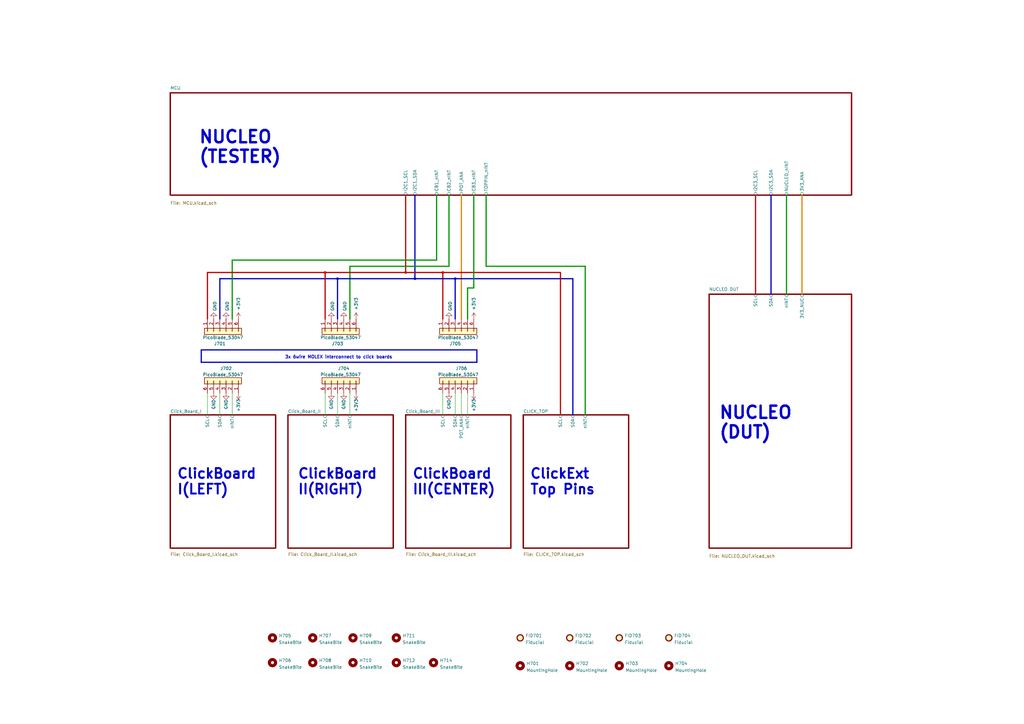
<source format=kicad_sch>
(kicad_sch (version 20231120) (generator "eeschema") (generator_version "8.0")
  (paper "A3")
  (title_block (title "ClickBoard Tester") (date "2023-10-13") (rev "001") (company "Matthias Timo Finding"))
  (lib_symbols
    (symbol "Connector_Generic:Conn_01x06" (pin_names (offset 1.016) hide)
      (property "Reference" "J" (at 0 7.62 0))
      (property "Value" "Conn_01x06" (at 0 -10.16 0))
      (symbol "Conn_01x06_1_1"
        (rectangle (start -1.27 -7.493) (end 0 -7.747) (stroke (width 0.1524)))
        (rectangle (start -1.27 -4.953) (end 0 -5.207) (stroke (width 0.1524)))
        (rectangle (start -1.27 -2.413) (end 0 -2.667) (stroke (width 0.1524)))
        (rectangle (start -1.27 0.127) (end 0 -0.127) (stroke (width 0.1524)))
        (rectangle (start -1.27 2.667) (end 0 2.413) (stroke (width 0.1524)))
        (rectangle (start -1.27 5.207) (end 0 4.953) (stroke (width 0.1524)))
        (rectangle (start -1.27 6.35) (end 1.27 -8.89) (stroke (width 0.254)) (fill (type background)))
        (pin passive line (at -5.08 5.08 0) (length 3.81) (name "Pin_1") (number "1"))
        (pin passive line (at -5.08 2.54 0) (length 3.81) (name "Pin_2") (number "2"))
        (pin passive line (at -5.08 0 0) (length 3.81) (name "Pin_3") (number "3"))
        (pin passive line (at -5.08 -2.54 0) (length 3.81) (name "Pin_4") (number "4"))
        (pin passive line (at -5.08 -5.08 0) (length 3.81) (name "Pin_5") (number "5"))
        (pin passive line (at -5.08 -7.62 0) (length 3.81) (name "Pin_6") (number "6"))
      )
    )
    (symbol "Mechanical:Fiducial"
      (property "Reference" "FID" (at 0 5.08 0))
      (property "Value" "Fiducial" (at 0 3.175 0))
      (symbol "Fiducial_0_1"
        (circle (center 0 0) (radius 1.27) (stroke (width 0.508)) (fill (type background)))
      )
    )
    (symbol "Mechanical:MountingHole" (pin_names (offset 1.016))
      (property "Reference" "H" (at 0 5.08 0))
      (property "Value" "MountingHole" (at 0 3.175 0))
      (symbol "MountingHole_0_1"
        (circle (center 0 0) (radius 1.27) (stroke (width 1.27)))
      )
    )
    (symbol "power:+3V3" (power) (pin_names (offset 0))
      (property "Value" "+3V3" (at 0 3.556 0))
      (symbol "+3V3_0_1"
        (polyline (pts (xy -0.762 1.27) (xy 0 2.54)))
        (polyline (pts (xy 0 0) (xy 0 2.54)))
        (polyline (pts (xy 0 2.54) (xy 0.762 1.27)))
      )
      (symbol "+3V3_1_1"
        (pin power_in line (at 0 0 90) (length 0) hide (name "+3V3") (number "1"))
      )
    )
    (symbol "power:GND" (power) (pin_names (offset 0))
      (property "Value" "GND" (at 0 -3.81 0))
      (symbol "GND_0_1"
        (polyline (pts (xy 0 0) (xy 0 -1.27) (xy 1.27 -1.27) (xy 0 -2.54) (xy -1.27 -1.27) (xy 0 -1.27)))
      )
      (symbol "GND_1_1"
        (pin power_in line (at 0 0 270) (length 0) hide (name "GND") (number "1"))
      )
    )
  )
  (junction (at 170.18 114.3) (color 0 0 194 1))
  (junction (at 138.43 114.3) (color 0 0 194 1))
  (junction (at 133.35 111.76) (color 194 0 0 1))
  (junction (at 186.69 114.3) (color 0 0 194 1))
  (junction (at 166.37 111.76) (color 194 0 0 1))
  (junction (at 181.61 111.76) (color 194 0 0 1))
  (wire (pts (xy 138.43 114.3) (xy 138.43 130.81)) (stroke (width 0.5) (color 0 0 194 1)))
  (wire (pts (xy 199.39 109.22) (xy 240.03 109.22)) (stroke (width 0.5)))
  (wire (pts (xy 90.17 161.29) (xy 90.17 170.18)))
  (wire (pts (xy 85.09 161.29) (xy 85.09 170.18)))
  (wire (pts (xy 199.39 80.01) (xy 199.39 109.22)) (stroke (width 0.5)))
  (wire (pts (xy 194.31 80.01) (xy 194.31 118.11)) (stroke (width 0.5)))
  (polyline (pts (xy 195.58 148.59) (xy 82.55 148.59)) (stroke (width 0.5)))
  (wire (pts (xy 181.61 111.76) (xy 166.37 111.76)) (stroke (width 0.5) (color 194 0 0 1)))
  (wire (pts (xy 191.77 118.11) (xy 194.31 118.11)) (stroke (width 0.5)))
  (wire (pts (xy 186.69 130.81) (xy 186.69 114.3)) (stroke (width 0.5) (color 0 0 194 1)))
  (wire (pts (xy 181.61 130.81) (xy 181.61 111.76)) (stroke (width 0.5) (color 194 0 0 1)))
  (wire (pts (xy 189.23 161.29) (xy 189.23 170.18)))
  (wire (pts (xy 229.87 170.18) (xy 229.87 111.76)) (stroke (width 0.5) (color 194 0 0 1)))
  (wire (pts (xy 309.88 80.01) (xy 309.88 120.65)) (stroke (width 0.5) (color 194 0 0 1)))
  (polyline (pts (xy 195.58 143.51) (xy 195.58 148.59)) (stroke (width 0.5)))
  (wire (pts (xy 229.87 111.76) (xy 181.61 111.76)) (stroke (width 0.5) (color 194 0 0 1)))
  (wire (pts (xy 138.43 114.3) (xy 90.17 114.3)) (stroke (width 0.5) (color 0 0 194 1)))
  (wire (pts (xy 133.35 111.76) (xy 85.09 111.76)) (stroke (width 0.5) (color 194 0 0 1)))
  (wire (pts (xy 328.93 80.01) (xy 328.93 120.65)) (stroke (width 0.5) (color 221 133 0 1)))
  (wire (pts (xy 170.18 114.3) (xy 138.43 114.3)) (stroke (width 0.5) (color 0 0 194 1)))
  (wire (pts (xy 95.25 161.29) (xy 95.25 170.18)))
  (wire (pts (xy 191.77 161.29) (xy 191.77 170.18)))
  (wire (pts (xy 133.35 161.29) (xy 133.35 170.18)))
  (wire (pts (xy 191.77 118.11) (xy 191.77 130.81)) (stroke (width 0.5)))
  (wire (pts (xy 179.07 80.01) (xy 179.07 106.68)) (stroke (width 0.5)))
  (wire (pts (xy 143.51 161.29) (xy 143.51 170.18)))
  (wire (pts (xy 184.15 80.01) (xy 184.15 109.22)) (stroke (width 0.5)))
  (wire (pts (xy 316.23 80.01) (xy 316.23 120.65)) (stroke (width 0.5) (color 0 0 194 1)))
  (wire (pts (xy 166.37 80.01) (xy 166.37 111.76)) (stroke (width 0.5) (color 194 0 0 1)))
  (wire (pts (xy 90.17 114.3) (xy 90.17 130.81)) (stroke (width 0.5) (color 0 0 194 1)))
  (wire (pts (xy 322.58 80.01) (xy 322.58 120.65)) (stroke (width 0.5)))
  (polyline (pts (xy 82.55 143.51) (xy 195.58 143.51)) (stroke (width 0.5)))
  (wire (pts (xy 234.95 170.18) (xy 234.95 114.3)) (stroke (width 0.5) (color 0 0 194 1)))
  (wire (pts (xy 186.69 161.29) (xy 186.69 170.18)))
  (wire (pts (xy 95.25 106.68) (xy 95.25 130.81)) (stroke (width 0.5)))
  (wire (pts (xy 143.51 109.22) (xy 143.51 130.81)) (stroke (width 0.5)))
  (wire (pts (xy 85.09 111.76) (xy 85.09 130.81)) (stroke (width 0.5) (color 194 0 0 1)))
  (wire (pts (xy 166.37 111.76) (xy 133.35 111.76)) (stroke (width 0.5) (color 194 0 0 1)))
  (wire (pts (xy 170.18 80.01) (xy 170.18 114.3)) (stroke (width 0.5) (color 0 0 194 1)))
  (wire (pts (xy 234.95 114.3) (xy 186.69 114.3)) (stroke (width 0.5) (color 0 0 194 1)))
  (polyline (pts (xy 82.55 148.59) (xy 82.55 143.51)) (stroke (width 0.5)))
  (wire (pts (xy 181.61 161.29) (xy 181.61 170.18)))
  (wire (pts (xy 95.25 106.68) (xy 179.07 106.68)) (stroke (width 0.5)))
  (wire (pts (xy 133.35 111.76) (xy 133.35 130.81)) (stroke (width 0.5) (color 194 0 0 1)))
  (wire (pts (xy 240.03 109.22) (xy 240.03 170.18)) (stroke (width 0.5)))
  (wire (pts (xy 184.15 109.22) (xy 143.51 109.22)) (stroke (width 0.5)))
  (wire (pts (xy 186.69 114.3) (xy 170.18 114.3)) (stroke (width 0.5) (color 0 0 194 1)))
  (wire (pts (xy 138.43 161.29) (xy 138.43 170.18)))
  (wire (pts (xy 189.23 80.01) (xy 189.23 130.81)) (stroke (width 0.5) (color 221 133 0 1)))
  (text "3x 6wire MOLEX interconnect to click boards" (at 116.84 147.32 0) (effects (font (size 1.27 1.27) (thickness 0.254) (bold yes)) (justify left bottom)))
  (text "NUCLEO\n(DUT)" (at 294.64 180.34 0) (effects (font (size 5 5) (thickness 1) (bold yes)) (justify left bottom)))
  (text "ClickBoard\nI(LEFT)" (at 72.39 203.2 0) (effects (font (size 4 4) (thickness 0.8) (bold yes)) (justify left bottom)))
  (text "ClickExt\nTop Pins" (at 217.17 203.2 0) (effects (font (size 4 4) (thickness 0.8) (bold yes)) (justify left bottom)))
  (text "ClickBoard\nIII(CENTER)" (at 168.91 203.2 0) (effects (font (size 4 4) (thickness 0.8) (bold yes)) (justify left bottom)))
  (text "NUCLEO\n(TESTER)" (at 81.28 67.31 0) (effects (font (size 5 5) (thickness 1) (bold yes)) (justify left bottom)))
  (text "ClickBoard\nII(RIGHT)" (at 121.92 203.2 0) (effects (font (size 4 4) (thickness 0.8) (bold yes)) (justify left bottom)))
  (symbol (lib_id "Mechanical:Fiducial") (at 213.36 261.62 0) (unit 1)
    (property "Reference" "FID701" (at 215.519 260.7115 0) (effects (justify left)))
    (property "Value" "Fiducial" (at 215.519 263.4866 0) (effects (justify left)))
    (property "Footprint" "Fiducial:Fiducial_1mm_Mask2mm" (effects (hide yes)))
  )
  (symbol (lib_id "power:+3V3") (at 146.05 130.81 0) (mirror y) (unit 1)
    (property "Reference" "#PWR0711" (effects (hide yes)))
    (property "Value" "+3V3" (at 146.05 121.92 90) (effects (justify right)))
  )
  (symbol (lib_id "Mechanical:MountingHole") (at 162.56 261.62 0) (unit 1)
    (property "Reference" "H711" (at 165.1 260.7115 0) (effects (justify left)))
    (property "Value" "SnakeBite" (at 165.1 263.4866 0) (effects (justify left)))
    (property "Footprint" "MountingEquipment:JLC_SnakeBite_1.27mm" (effects (hide yes)))
  )
  (symbol (lib_id "power:GND") (at 140.97 130.81 0) (mirror x) (unit 1)
    (property "Reference" "#PWR0709" (effects (hide yes)))
    (property "Value" "GND" (at 141.449 127.6351 90) (effects (justify right)))
  )
  (symbol (lib_id "power:GND") (at 135.89 130.81 0) (mirror x) (unit 1)
    (property "Reference" "#PWR0707" (effects (hide yes)))
    (property "Value" "GND" (at 136.369 127.6351 90) (effects (justify right)))
  )
  (symbol (lib_id "Connector_Generic:Conn_01x06") (at 138.43 135.89 90) (mirror x) (unit 1)
    (property "Reference" "J703" (at 138.43 140.97 90))
    (property "Value" "PicoBlade_53047" (at 139.7 138.43 90))
    (property "Footprint" "Connector_Molex:Molex_PicoBlade_53047-0610_1x06_P1.25mm_Vertical" (effects (hide yes)))
  )
  (symbol (lib_id "power:+3V3") (at 97.79 130.81 0) (mirror y) (unit 1)
    (property "Reference" "#PWR0705" (effects (hide yes)))
    (property "Value" "+3V3" (at 97.79 121.92 90) (effects (justify right)))
  )
  (symbol (lib_id "power:GND") (at 87.63 161.29 0) (unit 1)
    (property "Reference" "#PWR0702" (effects (hide yes)))
    (property "Value" "GND" (at 87.63 163.83 90) (effects (justify right)))
  )
  (symbol (lib_id "Connector_Generic:Conn_01x06") (at 186.69 135.89 90) (mirror x) (unit 1)
    (property "Reference" "J705" (at 186.69 140.97 90))
    (property "Value" "PicoBlade_53047" (at 187.96 138.43 90))
    (property "Footprint" "Connector_Molex:Molex_PicoBlade_53047-0610_1x06_P1.25mm_Vertical" (effects (hide yes)))
  )
  (symbol (lib_id "power:+3V3") (at 194.31 130.81 0) (mirror y) (unit 1)
    (property "Reference" "#PWR0715" (effects (hide yes)))
    (property "Value" "+3V3" (at 194.31 121.92 90) (effects (justify right)))
  )
  (symbol (lib_id "Mechanical:MountingHole") (at 128.27 271.78 0) (unit 1)
    (property "Reference" "H708" (at 130.81 270.8715 0) (effects (justify left)))
    (property "Value" "SnakeBite" (at 130.81 273.6466 0) (effects (justify left)))
    (property "Footprint" "MountingEquipment:JLC_SnakeBite_1.27mm" (effects (hide yes)))
  )
  (symbol (lib_id "power:GND") (at 135.89 161.29 0) (unit 1)
    (property "Reference" "#PWR0708" (effects (hide yes)))
    (property "Value" "GND" (at 135.89 163.83 90) (effects (justify right)))
  )
  (symbol (lib_id "power:GND") (at 87.63 130.81 0) (mirror x) (unit 1)
    (property "Reference" "#PWR0701" (effects (hide yes)))
    (property "Value" "GND" (at 88.109 127.6351 90) (effects (justify right)))
  )
  (symbol (lib_id "Mechanical:MountingHole") (at 144.78 261.62 0) (unit 1)
    (property "Reference" "H709" (at 147.32 260.7115 0) (effects (justify left)))
    (property "Value" "SnakeBite" (at 147.32 263.4866 0) (effects (justify left)))
    (property "Footprint" "MountingEquipment:JLC_SnakeBite_1.27mm" (effects (hide yes)))
  )
  (symbol (lib_id "Mechanical:MountingHole") (at 233.68 273.05 0) (unit 1)
    (property "Reference" "H702" (at 236.22 272.1415 0) (effects (justify left)))
    (property "Value" "MountingHole" (at 236.22 274.9166 0) (effects (justify left)))
    (property "Footprint" "MountingHole:MountingHole_3.2mm_M3_Pad_Via" (effects (hide yes)))
  )
  (symbol (lib_id "Mechanical:MountingHole") (at 162.56 271.78 0) (unit 1)
    (property "Reference" "H712" (at 165.1 270.8715 0) (effects (justify left)))
    (property "Value" "SnakeBite" (at 165.1 273.6466 0) (effects (justify left)))
    (property "Footprint" "MountingEquipment:JLC_SnakeBite_1.27mm" (effects (hide yes)))
  )
  (symbol (lib_id "power:GND") (at 92.71 161.29 0) (unit 1)
    (property "Reference" "#PWR0704" (effects (hide yes)))
    (property "Value" "GND" (at 92.71 163.83 90) (effects (justify right)))
  )
  (symbol (lib_id "Mechanical:Fiducial") (at 233.68 261.62 0) (unit 1)
    (property "Reference" "FID702" (at 235.839 260.7115 0) (effects (justify left)))
    (property "Value" "Fiducial" (at 235.839 263.4866 0) (effects (justify left)))
    (property "Footprint" "Fiducial:Fiducial_1mm_Mask2mm" (effects (hide yes)))
  )
  (symbol (lib_id "Mechanical:MountingHole") (at 213.36 273.05 0) (unit 1)
    (property "Reference" "H701" (at 215.9 272.1415 0) (effects (justify left)))
    (property "Value" "MountingHole" (at 215.9 274.9166 0) (effects (justify left)))
    (property "Footprint" "MountingHole:MountingHole_3.2mm_M3_Pad_Via" (effects (hide yes)))
  )
  (symbol (lib_id "Mechanical:MountingHole") (at 254 273.05 0) (unit 1)
    (property "Reference" "H703" (at 256.54 272.1415 0) (effects (justify left)))
    (property "Value" "MountingHole" (at 256.54 274.9166 0) (effects (justify left)))
    (property "Footprint" "MountingHole:MountingHole_3.2mm_M3_Pad_Via" (effects (hide yes)))
  )
  (symbol (lib_id "Mechanical:MountingHole") (at 177.8 271.78 0) (unit 1)
    (property "Reference" "H714" (at 180.34 270.8715 0) (effects (justify left)))
    (property "Value" "SnakeBite" (at 180.34 273.6466 0) (effects (justify left)))
    (property "Footprint" "MountingEquipment:JLC_SnakeBite_1.27mm" (effects (hide yes)))
  )
  (symbol (lib_id "power:GND") (at 140.97 161.29 0) (unit 1)
    (property "Reference" "#PWR0710" (effects (hide yes)))
    (property "Value" "GND" (at 140.97 163.83 90) (effects (justify right)))
  )
  (symbol (lib_id "Mechanical:MountingHole") (at 144.78 271.78 0) (unit 1)
    (property "Reference" "H710" (at 147.32 270.8715 0) (effects (justify left)))
    (property "Value" "SnakeBite" (at 147.32 273.6466 0) (effects (justify left)))
    (property "Footprint" "MountingEquipment:JLC_SnakeBite_1.27mm" (effects (hide yes)))
  )
  (symbol (lib_id "Mechanical:Fiducial") (at 274.32 261.62 0) (unit 1)
    (property "Reference" "FID704" (at 276.479 260.7115 0) (effects (justify left)))
    (property "Value" "Fiducial" (at 276.479 263.4866 0) (effects (justify left)))
    (property "Footprint" "Fiducial:Fiducial_1mm_Mask2mm" (effects (hide yes)))
  )
  (symbol (lib_id "Mechanical:MountingHole") (at 274.32 273.05 0) (unit 1)
    (property "Reference" "H704" (at 276.86 272.1415 0) (effects (justify left)))
    (property "Value" "MountingHole" (at 276.86 274.9166 0) (effects (justify left)))
    (property "Footprint" "MountingHole:MountingHole_3.2mm_M3_Pad_Via" (effects (hide yes)))
  )
  (symbol (lib_id "Connector_Generic:Conn_01x06") (at 92.71 156.21 270) (mirror x) (unit 1)
    (property "Reference" "J702" (at 92.71 151.13 90))
    (property "Value" "PicoBlade_53047" (at 91.44 153.67 90))
    (property "Footprint" "Connector_Molex:Molex_PicoBlade_53047-0610_1x06_P1.25mm_Vertical" (effects (hide yes)))
  )
  (symbol (lib_id "Mechanical:MountingHole") (at 111.76 271.78 0) (unit 1)
    (property "Reference" "H706" (at 114.3 270.8715 0) (effects (justify left)))
    (property "Value" "SnakeBite" (at 114.3 273.6466 0) (effects (justify left)))
    (property "Footprint" "MountingEquipment:JLC_SnakeBite_1.27mm" (effects (hide yes)))
  )
  (symbol (lib_id "power:+3V3") (at 194.31 161.29 180) (unit 1)
    (property "Reference" "#PWR0716" (effects (hide yes)))
    (property "Value" "+3V3" (at 194.31 168.91 90) (effects (justify right)))
  )
  (symbol (lib_id "power:+3V3") (at 97.79 161.29 180) (unit 1)
    (property "Reference" "#PWR0706" (effects (hide yes)))
    (property "Value" "+3V3" (at 97.79 168.91 90) (effects (justify right)))
  )
  (symbol (lib_id "Mechanical:Fiducial") (at 254 261.62 0) (unit 1)
    (property "Reference" "FID703" (at 256.159 260.7115 0) (effects (justify left)))
    (property "Value" "Fiducial" (at 256.159 263.4866 0) (effects (justify left)))
    (property "Footprint" "Fiducial:Fiducial_1mm_Mask2mm" (effects (hide yes)))
  )
  (symbol (lib_id "Connector_Generic:Conn_01x06") (at 189.23 156.21 270) (mirror x) (unit 1)
    (property "Reference" "J706" (at 189.23 151.13 90))
    (property "Value" "PicoBlade_53047" (at 187.96 153.67 90))
    (property "Footprint" "Connector_Molex:Molex_PicoBlade_53047-0610_1x06_P1.25mm_Vertical" (effects (hide yes)))
  )
  (symbol (lib_id "power:+3V3") (at 146.05 161.29 180) (unit 1)
    (property "Reference" "#PWR0712" (effects (hide yes)))
    (property "Value" "+3V3" (at 146.05 168.91 90) (effects (justify right)))
  )
  (symbol (lib_id "power:GND") (at 184.15 161.29 0) (unit 1)
    (property "Reference" "#PWR0714" (effects (hide yes)))
    (property "Value" "GND" (at 184.15 163.83 90) (effects (justify right)))
  )
  (symbol (lib_id "Connector_Generic:Conn_01x06") (at 140.97 156.21 270) (mirror x) (unit 1)
    (property "Reference" "J704" (at 140.97 151.13 90))
    (property "Value" "PicoBlade_53047" (at 139.7 153.67 90))
    (property "Footprint" "Connector_Molex:Molex_PicoBlade_53047-0610_1x06_P1.25mm_Vertical" (effects (hide yes)))
  )
  (symbol (lib_id "Connector_Generic:Conn_01x06") (at 90.17 135.89 90) (mirror x) (unit 1)
    (property "Reference" "J701" (at 90.17 140.97 90))
    (property "Value" "PicoBlade_53047" (at 91.44 138.43 90))
    (property "Footprint" "Connector_Molex:Molex_PicoBlade_53047-0610_1x06_P1.25mm_Vertical" (effects (hide yes)))
  )
  (symbol (lib_id "Mechanical:MountingHole") (at 128.27 261.62 0) (unit 1)
    (property "Reference" "H707" (at 130.81 260.7115 0) (effects (justify left)))
    (property "Value" "SnakeBite" (at 130.81 263.4866 0) (effects (justify left)))
    (property "Footprint" "MountingEquipment:JLC_SnakeBite_1.27mm" (effects (hide yes)))
  )
  (symbol (lib_id "power:GND") (at 184.15 130.81 0) (mirror x) (unit 1)
    (property "Reference" "#PWR0713" (effects (hide yes)))
    (property "Value" "GND" (at 184.629 127.6351 90) (effects (justify right)))
  )
  (symbol (lib_id "power:GND") (at 92.71 130.81 0) (mirror x) (unit 1)
    (property "Reference" "#PWR0703" (effects (hide yes)))
    (property "Value" "GND" (at 93.189 127.6351 90) (effects (justify right)))
  )
  (symbol (lib_id "Mechanical:MountingHole") (at 111.76 261.62 0) (unit 1)
    (property "Reference" "H705" (at 114.3 260.7115 0) (effects (justify left)))
    (property "Value" "SnakeBite" (at 114.3 263.4866 0) (effects (justify left)))
    (property "Footprint" "MountingEquipment:JLC_SnakeBite_1.27mm" (effects (hide yes)))
  )
  (sheet (at 166.37 170.18) (size 43.18 54.61) (stroke (width 0.5))
    (property "Sheetname" "Click_Board_III" (at 166.37 169.4684 0) (effects (justify left bottom)))
    (property "Sheetfile" "Click_Board_III.kicad_sch" (at 166.37 226.6446 0) (effects (justify left top)))
    (pin "SDA" input (at 186.69 170.18 90))
    (pin "SCL" input (at 181.61 170.18 90))
    (pin "nINT" input (at 191.77 170.18 90))
    (pin "POT_ANA" input (at 189.23 170.18 90))
  )
  (sheet (at 69.85 170.18) (size 43.18 54.61) (stroke (width 0.5))
    (property "Sheetname" "Click_Board_I" (at 69.85 169.4684 0) (effects (justify left bottom)))
    (property "Sheetfile" "Click_Board_I.kicad_sch" (at 69.85 226.6446 0) (effects (justify left top)))
    (pin "nINT" input (at 95.25 170.18 90))
    (pin "SDA" input (at 90.17 170.18 90))
    (pin "SCL" input (at 85.09 170.18 90))
  )
  (sheet (at 214.63 170.18) (size 43.18 54.61) (stroke (width 0.5))
    (property "Sheetname" "CLICK_TOP" (at 214.63 169.4684 0) (effects (justify left bottom)))
    (property "Sheetfile" "CLICK_TOP.kicad_sch" (at 214.63 226.6446 0) (effects (justify left top)))
    (pin "SDA" input (at 234.95 170.18 90))
    (pin "nINT" input (at 240.03 170.18 90))
    (pin "SCL" input (at 229.87 170.18 90))
  )
  (sheet (at 69.85 38.1) (size 279.4 41.91) (stroke (width 0.5))
    (property "Sheetname" "MCU" (at 69.85 36.83 0) (effects (justify left bottom)))
    (property "Sheetfile" "MCU.kicad_sch" (at 69.85 82.55 0) (effects (justify left top)))
    (pin "I2C1_SCL" input (at 166.37 80.01 270))
    (pin "I2C1_SDA" input (at 170.18 80.01 270))
    (pin "I2C3_SDA" input (at 316.23 80.01 270))
    (pin "CB1_nINT" input (at 179.07 80.01 270))
    (pin "TOPPIN_nINT" input (at 199.39 80.01 270))
    (pin "CB2_nINT" input (at 184.15 80.01 270))
    (pin "CB3_nINT" input (at 194.31 80.01 270))
    (pin "NUCLEO_nINT" input (at 322.58 80.01 270))
    (pin "POT_ANA" input (at 189.23 80.01 270))
    (pin "I2C3_SCL" input (at 309.88 80.01 270))
    (pin "3V3_ANA" input (at 328.93 80.01 270))
  )
  (sheet (at 118.11 170.18) (size 43.18 54.61) (stroke (width 0.5))
    (property "Sheetname" "Click_Board_II" (at 118.11 169.4684 0) (effects (justify left bottom)))
    (property "Sheetfile" "Click_Board_II.kicad_sch" (at 118.11 226.6446 0) (effects (justify left top)))
    (pin "SDA" input (at 138.43 170.18 90))
    (pin "nINT" input (at 143.51 170.18 90))
    (pin "SCL" input (at 133.35 170.18 90))
  )
  (sheet (at 290.83 120.65) (size 58.42 104.14) (stroke (width 0.5))
    (property "Sheetname" "NUCLEO DUT" (at 290.83 119.38 0) (effects (justify left bottom)))
    (property "Sheetfile" "NUCLEO_DUT.kicad_sch" (at 290.83 227.33 0) (effects (justify left top)))
    (pin "SCL" input (at 309.88 120.65 90))
    (pin "SDA" input (at 316.23 120.65 90))
    (pin "nINT" input (at 322.58 120.65 90))
    (pin "3V3_NUC" input (at 328.93 120.65 90))
  )
)
</source>
